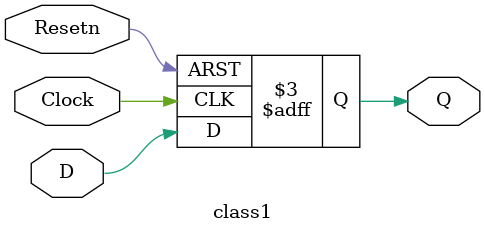
<source format=v>
module class1(D,Clock,Resetn,Q);
	input D,Clock,Resetn;
	output Q;
	reg Q;
	always@(negedge Clock or negedge Resetn)
	if(!Resetn)
		Q<=0;
	else
		Q<=D;
endmodule

</source>
